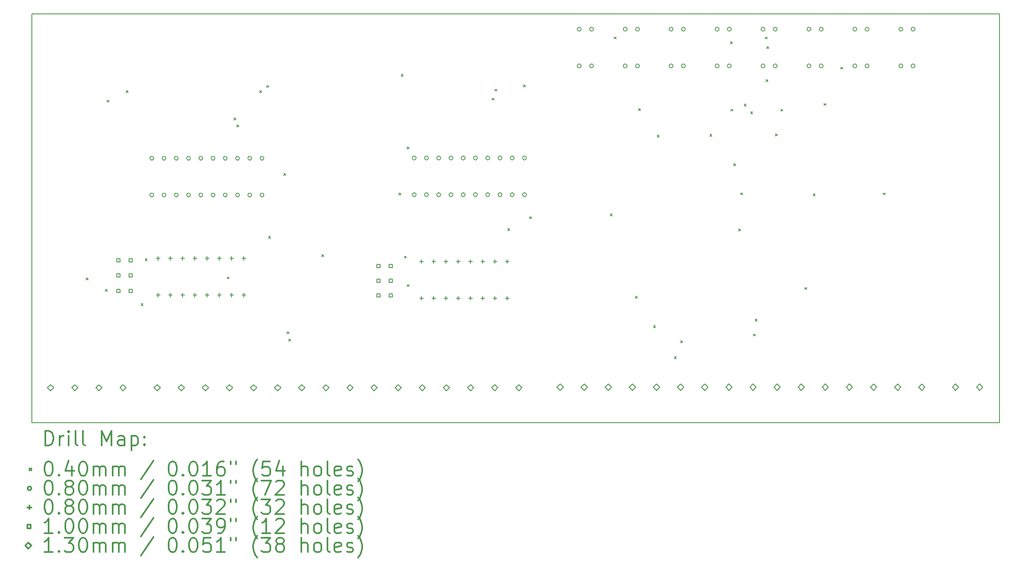
<source format=gbr>
%FSLAX45Y45*%
G04 Gerber Fmt 4.5, Leading zero omitted, Abs format (unit mm)*
G04 Created by KiCad (PCBNEW (5.0.0)) date 09/12/18 00:51:42*
%MOMM*%
%LPD*%
G01*
G04 APERTURE LIST*
%ADD10C,0.150000*%
%ADD11C,0.200000*%
%ADD12C,0.300000*%
G04 APERTURE END LIST*
D10*
X3200400Y-13309600D02*
X3251200Y-13309600D01*
X3200400Y-4826000D02*
X3200400Y-13309600D01*
X23266400Y-4826000D02*
X3200400Y-4826000D01*
X23266400Y-13309600D02*
X23266400Y-4826000D01*
X3251200Y-13309600D02*
X23266400Y-13309600D01*
D11*
X4329720Y-10305160D02*
X4369720Y-10345160D01*
X4369720Y-10305160D02*
X4329720Y-10345160D01*
X4726600Y-10545090D02*
X4766600Y-10585090D01*
X4766600Y-10545090D02*
X4726600Y-10585090D01*
X4759390Y-6618200D02*
X4799390Y-6658200D01*
X4799390Y-6618200D02*
X4759390Y-6658200D01*
X5159260Y-6420600D02*
X5199260Y-6460600D01*
X5199260Y-6420600D02*
X5159260Y-6460600D01*
X5468820Y-10836490D02*
X5508820Y-10876490D01*
X5508820Y-10836490D02*
X5468820Y-10876490D01*
X5553720Y-9908380D02*
X5593720Y-9948380D01*
X5593720Y-9908380D02*
X5553720Y-9948380D01*
X7255530Y-10284740D02*
X7295530Y-10324740D01*
X7295530Y-10284740D02*
X7255530Y-10324740D01*
X7393870Y-6987680D02*
X7433870Y-7027680D01*
X7433870Y-6987680D02*
X7393870Y-7027680D01*
X7455560Y-7130330D02*
X7495560Y-7170330D01*
X7495560Y-7130330D02*
X7455560Y-7170330D01*
X7930200Y-6420600D02*
X7970200Y-6460600D01*
X7970200Y-6420600D02*
X7930200Y-6460600D01*
X8070230Y-6313190D02*
X8110230Y-6353190D01*
X8110230Y-6313190D02*
X8070230Y-6353190D01*
X8109140Y-9442110D02*
X8149140Y-9482110D01*
X8149140Y-9442110D02*
X8109140Y-9482110D01*
X8429040Y-8140820D02*
X8469040Y-8180820D01*
X8469040Y-8140820D02*
X8429040Y-8180820D01*
X8493380Y-11420250D02*
X8533380Y-11460250D01*
X8533380Y-11420250D02*
X8493380Y-11460250D01*
X8530800Y-11578200D02*
X8570800Y-11618200D01*
X8570800Y-11578200D02*
X8530800Y-11618200D01*
X9215320Y-9822790D02*
X9255320Y-9862790D01*
X9255320Y-9822790D02*
X9215320Y-9862790D01*
X10816900Y-8542570D02*
X10856900Y-8582570D01*
X10856900Y-8542570D02*
X10816900Y-8582570D01*
X10862660Y-6082440D02*
X10902660Y-6122440D01*
X10902660Y-6082440D02*
X10862660Y-6122440D01*
X10929720Y-9852130D02*
X10969720Y-9892130D01*
X10969720Y-9852130D02*
X10929720Y-9892130D01*
X10981770Y-10445560D02*
X11021770Y-10485560D01*
X11021770Y-10445560D02*
X10981770Y-10485560D01*
X10987270Y-7588170D02*
X11027270Y-7628170D01*
X11027270Y-7588170D02*
X10987270Y-7628170D01*
X12745940Y-6575060D02*
X12785940Y-6615060D01*
X12785940Y-6575060D02*
X12745940Y-6615060D01*
X12802190Y-6389290D02*
X12842190Y-6429290D01*
X12842190Y-6389290D02*
X12802190Y-6429290D01*
X13070610Y-9279260D02*
X13110610Y-9319260D01*
X13110610Y-9279260D02*
X13070610Y-9319260D01*
X13399310Y-6299850D02*
X13439310Y-6339850D01*
X13439310Y-6299850D02*
X13399310Y-6339850D01*
X13523240Y-9036800D02*
X13563240Y-9076800D01*
X13563240Y-9036800D02*
X13523240Y-9076800D01*
X15197430Y-8978650D02*
X15237430Y-9018650D01*
X15237430Y-8978650D02*
X15197430Y-9018650D01*
X15279250Y-5305000D02*
X15319250Y-5345000D01*
X15319250Y-5305000D02*
X15279250Y-5345000D01*
X15717770Y-10686900D02*
X15757770Y-10726900D01*
X15757770Y-10686900D02*
X15717770Y-10726900D01*
X15786700Y-6791960D02*
X15826700Y-6831960D01*
X15826700Y-6791960D02*
X15786700Y-6831960D01*
X16093260Y-11294860D02*
X16133260Y-11334860D01*
X16133260Y-11294860D02*
X16093260Y-11334860D01*
X16170890Y-7341550D02*
X16210890Y-7381550D01*
X16210890Y-7341550D02*
X16170890Y-7381550D01*
X16525110Y-11941110D02*
X16565110Y-11981110D01*
X16565110Y-11941110D02*
X16525110Y-11981110D01*
X16658610Y-11608980D02*
X16698610Y-11648980D01*
X16698610Y-11608980D02*
X16658610Y-11648980D01*
X17263670Y-7326150D02*
X17303670Y-7366150D01*
X17303670Y-7326150D02*
X17263670Y-7366150D01*
X17691980Y-5403810D02*
X17731980Y-5443810D01*
X17731980Y-5403810D02*
X17691980Y-5443810D01*
X17698660Y-6804730D02*
X17738660Y-6844730D01*
X17738660Y-6804730D02*
X17698660Y-6844730D01*
X17759660Y-7934640D02*
X17799660Y-7974640D01*
X17799660Y-7934640D02*
X17759660Y-7974640D01*
X17859340Y-9290760D02*
X17899340Y-9330760D01*
X17899340Y-9290760D02*
X17859340Y-9330760D01*
X17899700Y-8540600D02*
X17939700Y-8580600D01*
X17939700Y-8540600D02*
X17899700Y-8580600D01*
X17974170Y-6698330D02*
X18014170Y-6738330D01*
X18014170Y-6698330D02*
X17974170Y-6738330D01*
X18109860Y-6861160D02*
X18149860Y-6901160D01*
X18149860Y-6861160D02*
X18109860Y-6901160D01*
X18162350Y-11468950D02*
X18202350Y-11508950D01*
X18202350Y-11468950D02*
X18162350Y-11508950D01*
X18202340Y-11160830D02*
X18242340Y-11200830D01*
X18242340Y-11160830D02*
X18202340Y-11200830D01*
X18407150Y-5305000D02*
X18447150Y-5345000D01*
X18447150Y-5305000D02*
X18407150Y-5345000D01*
X18425000Y-6190300D02*
X18465000Y-6230300D01*
X18465000Y-6190300D02*
X18425000Y-6230300D01*
X18445610Y-5502620D02*
X18485610Y-5542620D01*
X18485610Y-5502620D02*
X18445610Y-5542620D01*
X18619150Y-7315480D02*
X18659150Y-7355480D01*
X18659150Y-7315480D02*
X18619150Y-7355480D01*
X18735740Y-6804730D02*
X18775740Y-6844730D01*
X18775740Y-6804730D02*
X18735740Y-6844730D01*
X19232810Y-10505560D02*
X19272810Y-10545560D01*
X19272810Y-10505560D02*
X19232810Y-10545560D01*
X19403900Y-8561880D02*
X19443900Y-8601880D01*
X19443900Y-8561880D02*
X19403900Y-8601880D01*
X19628390Y-6685400D02*
X19668390Y-6725400D01*
X19668390Y-6685400D02*
X19628390Y-6725400D01*
X19974560Y-5933680D02*
X20014560Y-5973680D01*
X20014560Y-5933680D02*
X19974560Y-5973680D01*
X20858700Y-8540600D02*
X20898700Y-8580600D01*
X20898700Y-8540600D02*
X20858700Y-8580600D01*
X20309200Y-5143500D02*
G75*
G03X20309200Y-5143500I-40000J0D01*
G01*
X20309200Y-5905500D02*
G75*
G03X20309200Y-5905500I-40000J0D01*
G01*
X20563200Y-5143500D02*
G75*
G03X20563200Y-5143500I-40000J0D01*
G01*
X20563200Y-5905500D02*
G75*
G03X20563200Y-5905500I-40000J0D01*
G01*
X17451700Y-5143500D02*
G75*
G03X17451700Y-5143500I-40000J0D01*
G01*
X17451700Y-5905500D02*
G75*
G03X17451700Y-5905500I-40000J0D01*
G01*
X17705700Y-5143500D02*
G75*
G03X17705700Y-5143500I-40000J0D01*
G01*
X17705700Y-5905500D02*
G75*
G03X17705700Y-5905500I-40000J0D01*
G01*
X18404200Y-5143500D02*
G75*
G03X18404200Y-5143500I-40000J0D01*
G01*
X18404200Y-5905500D02*
G75*
G03X18404200Y-5905500I-40000J0D01*
G01*
X18658200Y-5143500D02*
G75*
G03X18658200Y-5143500I-40000J0D01*
G01*
X18658200Y-5905500D02*
G75*
G03X18658200Y-5905500I-40000J0D01*
G01*
X16499200Y-5143500D02*
G75*
G03X16499200Y-5143500I-40000J0D01*
G01*
X16499200Y-5905500D02*
G75*
G03X16499200Y-5905500I-40000J0D01*
G01*
X16753200Y-5143500D02*
G75*
G03X16753200Y-5143500I-40000J0D01*
G01*
X16753200Y-5905500D02*
G75*
G03X16753200Y-5905500I-40000J0D01*
G01*
X19356700Y-5143500D02*
G75*
G03X19356700Y-5143500I-40000J0D01*
G01*
X19356700Y-5905500D02*
G75*
G03X19356700Y-5905500I-40000J0D01*
G01*
X19610700Y-5143500D02*
G75*
G03X19610700Y-5143500I-40000J0D01*
G01*
X19610700Y-5905500D02*
G75*
G03X19610700Y-5905500I-40000J0D01*
G01*
X11171500Y-7816800D02*
G75*
G03X11171500Y-7816800I-40000J0D01*
G01*
X11171500Y-8578800D02*
G75*
G03X11171500Y-8578800I-40000J0D01*
G01*
X11425500Y-7816800D02*
G75*
G03X11425500Y-7816800I-40000J0D01*
G01*
X11425500Y-8578800D02*
G75*
G03X11425500Y-8578800I-40000J0D01*
G01*
X11679500Y-7816800D02*
G75*
G03X11679500Y-7816800I-40000J0D01*
G01*
X11679500Y-8578800D02*
G75*
G03X11679500Y-8578800I-40000J0D01*
G01*
X11933500Y-7816800D02*
G75*
G03X11933500Y-7816800I-40000J0D01*
G01*
X11933500Y-8578800D02*
G75*
G03X11933500Y-8578800I-40000J0D01*
G01*
X12187500Y-7816800D02*
G75*
G03X12187500Y-7816800I-40000J0D01*
G01*
X12187500Y-8578800D02*
G75*
G03X12187500Y-8578800I-40000J0D01*
G01*
X12441500Y-7816800D02*
G75*
G03X12441500Y-7816800I-40000J0D01*
G01*
X12441500Y-8578800D02*
G75*
G03X12441500Y-8578800I-40000J0D01*
G01*
X12695500Y-7816800D02*
G75*
G03X12695500Y-7816800I-40000J0D01*
G01*
X12695500Y-8578800D02*
G75*
G03X12695500Y-8578800I-40000J0D01*
G01*
X12949500Y-7816800D02*
G75*
G03X12949500Y-7816800I-40000J0D01*
G01*
X12949500Y-8578800D02*
G75*
G03X12949500Y-8578800I-40000J0D01*
G01*
X13203500Y-7816800D02*
G75*
G03X13203500Y-7816800I-40000J0D01*
G01*
X13203500Y-8578800D02*
G75*
G03X13203500Y-8578800I-40000J0D01*
G01*
X13457500Y-7816800D02*
G75*
G03X13457500Y-7816800I-40000J0D01*
G01*
X13457500Y-8578800D02*
G75*
G03X13457500Y-8578800I-40000J0D01*
G01*
X21261700Y-5143500D02*
G75*
G03X21261700Y-5143500I-40000J0D01*
G01*
X21261700Y-5905500D02*
G75*
G03X21261700Y-5905500I-40000J0D01*
G01*
X21515700Y-5143500D02*
G75*
G03X21515700Y-5143500I-40000J0D01*
G01*
X21515700Y-5905500D02*
G75*
G03X21515700Y-5905500I-40000J0D01*
G01*
X14594200Y-5143500D02*
G75*
G03X14594200Y-5143500I-40000J0D01*
G01*
X14594200Y-5905500D02*
G75*
G03X14594200Y-5905500I-40000J0D01*
G01*
X14848200Y-5143500D02*
G75*
G03X14848200Y-5143500I-40000J0D01*
G01*
X14848200Y-5905500D02*
G75*
G03X14848200Y-5905500I-40000J0D01*
G01*
X15546700Y-5143500D02*
G75*
G03X15546700Y-5143500I-40000J0D01*
G01*
X15546700Y-5905500D02*
G75*
G03X15546700Y-5905500I-40000J0D01*
G01*
X15800700Y-5143500D02*
G75*
G03X15800700Y-5143500I-40000J0D01*
G01*
X15800700Y-5905500D02*
G75*
G03X15800700Y-5905500I-40000J0D01*
G01*
X5729600Y-7823200D02*
G75*
G03X5729600Y-7823200I-40000J0D01*
G01*
X5729600Y-8585200D02*
G75*
G03X5729600Y-8585200I-40000J0D01*
G01*
X5983600Y-7823200D02*
G75*
G03X5983600Y-7823200I-40000J0D01*
G01*
X5983600Y-8585200D02*
G75*
G03X5983600Y-8585200I-40000J0D01*
G01*
X6237600Y-7823200D02*
G75*
G03X6237600Y-7823200I-40000J0D01*
G01*
X6237600Y-8585200D02*
G75*
G03X6237600Y-8585200I-40000J0D01*
G01*
X6491600Y-7823200D02*
G75*
G03X6491600Y-7823200I-40000J0D01*
G01*
X6491600Y-8585200D02*
G75*
G03X6491600Y-8585200I-40000J0D01*
G01*
X6745600Y-7823200D02*
G75*
G03X6745600Y-7823200I-40000J0D01*
G01*
X6745600Y-8585200D02*
G75*
G03X6745600Y-8585200I-40000J0D01*
G01*
X6999600Y-7823200D02*
G75*
G03X6999600Y-7823200I-40000J0D01*
G01*
X6999600Y-8585200D02*
G75*
G03X6999600Y-8585200I-40000J0D01*
G01*
X7253600Y-7823200D02*
G75*
G03X7253600Y-7823200I-40000J0D01*
G01*
X7253600Y-8585200D02*
G75*
G03X7253600Y-8585200I-40000J0D01*
G01*
X7507600Y-7823200D02*
G75*
G03X7507600Y-7823200I-40000J0D01*
G01*
X7507600Y-8585200D02*
G75*
G03X7507600Y-8585200I-40000J0D01*
G01*
X7761600Y-7823200D02*
G75*
G03X7761600Y-7823200I-40000J0D01*
G01*
X7761600Y-8585200D02*
G75*
G03X7761600Y-8585200I-40000J0D01*
G01*
X8015600Y-7823200D02*
G75*
G03X8015600Y-7823200I-40000J0D01*
G01*
X8015600Y-8585200D02*
G75*
G03X8015600Y-8585200I-40000J0D01*
G01*
X11284000Y-9923195D02*
X11284000Y-10003205D01*
X11243995Y-9963200D02*
X11324005Y-9963200D01*
X11284000Y-10685195D02*
X11284000Y-10765205D01*
X11243995Y-10725200D02*
X11324005Y-10725200D01*
X11538000Y-9923195D02*
X11538000Y-10003205D01*
X11497995Y-9963200D02*
X11578005Y-9963200D01*
X11538000Y-10685195D02*
X11538000Y-10765205D01*
X11497995Y-10725200D02*
X11578005Y-10725200D01*
X11792000Y-9923195D02*
X11792000Y-10003205D01*
X11751995Y-9963200D02*
X11832005Y-9963200D01*
X11792000Y-10685195D02*
X11792000Y-10765205D01*
X11751995Y-10725200D02*
X11832005Y-10725200D01*
X12046000Y-9923195D02*
X12046000Y-10003205D01*
X12005995Y-9963200D02*
X12086005Y-9963200D01*
X12046000Y-10685195D02*
X12046000Y-10765205D01*
X12005995Y-10725200D02*
X12086005Y-10725200D01*
X12300000Y-9923195D02*
X12300000Y-10003205D01*
X12259995Y-9963200D02*
X12340005Y-9963200D01*
X12300000Y-10685195D02*
X12300000Y-10765205D01*
X12259995Y-10725200D02*
X12340005Y-10725200D01*
X12554000Y-9923195D02*
X12554000Y-10003205D01*
X12513995Y-9963200D02*
X12594005Y-9963200D01*
X12554000Y-10685195D02*
X12554000Y-10765205D01*
X12513995Y-10725200D02*
X12594005Y-10725200D01*
X12808000Y-9923195D02*
X12808000Y-10003205D01*
X12767995Y-9963200D02*
X12848005Y-9963200D01*
X12808000Y-10685195D02*
X12808000Y-10765205D01*
X12767995Y-10725200D02*
X12848005Y-10725200D01*
X13062000Y-9923195D02*
X13062000Y-10003205D01*
X13021995Y-9963200D02*
X13102005Y-9963200D01*
X13062000Y-10685195D02*
X13062000Y-10765205D01*
X13021995Y-10725200D02*
X13102005Y-10725200D01*
X5822950Y-9859595D02*
X5822950Y-9939605D01*
X5782945Y-9899600D02*
X5862955Y-9899600D01*
X5822950Y-10621595D02*
X5822950Y-10701605D01*
X5782945Y-10661600D02*
X5862955Y-10661600D01*
X6076950Y-9859595D02*
X6076950Y-9939605D01*
X6036945Y-9899600D02*
X6116955Y-9899600D01*
X6076950Y-10621595D02*
X6076950Y-10701605D01*
X6036945Y-10661600D02*
X6116955Y-10661600D01*
X6330950Y-9859595D02*
X6330950Y-9939605D01*
X6290945Y-9899600D02*
X6370955Y-9899600D01*
X6330950Y-10621595D02*
X6330950Y-10701605D01*
X6290945Y-10661600D02*
X6370955Y-10661600D01*
X6584950Y-9859595D02*
X6584950Y-9939605D01*
X6544945Y-9899600D02*
X6624955Y-9899600D01*
X6584950Y-10621595D02*
X6584950Y-10701605D01*
X6544945Y-10661600D02*
X6624955Y-10661600D01*
X6838950Y-9859595D02*
X6838950Y-9939605D01*
X6798945Y-9899600D02*
X6878955Y-9899600D01*
X6838950Y-10621595D02*
X6838950Y-10701605D01*
X6798945Y-10661600D02*
X6878955Y-10661600D01*
X7092950Y-9859595D02*
X7092950Y-9939605D01*
X7052945Y-9899600D02*
X7132955Y-9899600D01*
X7092950Y-10621595D02*
X7092950Y-10701605D01*
X7052945Y-10661600D02*
X7132955Y-10661600D01*
X7346950Y-9859595D02*
X7346950Y-9939605D01*
X7306945Y-9899600D02*
X7386955Y-9899600D01*
X7346950Y-10621595D02*
X7346950Y-10701605D01*
X7306945Y-10661600D02*
X7386955Y-10661600D01*
X7600950Y-9859595D02*
X7600950Y-9939605D01*
X7560945Y-9899600D02*
X7640955Y-9899600D01*
X7600950Y-10621595D02*
X7600950Y-10701605D01*
X7560945Y-10661600D02*
X7640955Y-10661600D01*
X10423983Y-10398583D02*
X10423983Y-10327818D01*
X10353218Y-10327818D01*
X10353218Y-10398583D01*
X10423983Y-10398583D01*
X10677983Y-10398583D02*
X10677983Y-10327818D01*
X10607218Y-10327818D01*
X10607218Y-10398583D01*
X10677983Y-10398583D01*
X5032833Y-9973183D02*
X5032833Y-9902418D01*
X4962068Y-9902418D01*
X4962068Y-9973183D01*
X5032833Y-9973183D01*
X5286833Y-9973183D02*
X5286833Y-9902418D01*
X5216068Y-9902418D01*
X5216068Y-9973183D01*
X5286833Y-9973183D01*
X10423983Y-10093783D02*
X10423983Y-10023018D01*
X10353218Y-10023018D01*
X10353218Y-10093783D01*
X10423983Y-10093783D01*
X10677983Y-10093783D02*
X10677983Y-10023018D01*
X10607218Y-10023018D01*
X10607218Y-10093783D01*
X10677983Y-10093783D01*
X5032833Y-10290583D02*
X5032833Y-10219818D01*
X4962068Y-10219818D01*
X4962068Y-10290583D01*
X5032833Y-10290583D01*
X5286833Y-10290583D02*
X5286833Y-10219818D01*
X5216068Y-10219818D01*
X5216068Y-10290583D01*
X5286833Y-10290583D01*
X10423983Y-10703383D02*
X10423983Y-10632618D01*
X10353218Y-10632618D01*
X10353218Y-10703383D01*
X10423983Y-10703383D01*
X10677983Y-10703383D02*
X10677983Y-10632618D01*
X10607218Y-10632618D01*
X10607218Y-10703383D01*
X10677983Y-10703383D01*
X5032833Y-10608183D02*
X5032833Y-10537418D01*
X4962068Y-10537418D01*
X4962068Y-10608183D01*
X5032833Y-10608183D01*
X5286833Y-10608183D02*
X5286833Y-10537418D01*
X5216068Y-10537418D01*
X5216068Y-10608183D01*
X5286833Y-10608183D01*
X14157000Y-12638000D02*
X14222000Y-12573000D01*
X14157000Y-12508000D01*
X14092000Y-12573000D01*
X14157000Y-12638000D01*
X14657000Y-12638000D02*
X14722000Y-12573000D01*
X14657000Y-12508000D01*
X14592000Y-12573000D01*
X14657000Y-12638000D01*
X15157000Y-12638000D02*
X15222000Y-12573000D01*
X15157000Y-12508000D01*
X15092000Y-12573000D01*
X15157000Y-12638000D01*
X15657000Y-12638000D02*
X15722000Y-12573000D01*
X15657000Y-12508000D01*
X15592000Y-12573000D01*
X15657000Y-12638000D01*
X16157000Y-12638000D02*
X16222000Y-12573000D01*
X16157000Y-12508000D01*
X16092000Y-12573000D01*
X16157000Y-12638000D01*
X16657000Y-12638000D02*
X16722000Y-12573000D01*
X16657000Y-12508000D01*
X16592000Y-12573000D01*
X16657000Y-12638000D01*
X17157000Y-12638000D02*
X17222000Y-12573000D01*
X17157000Y-12508000D01*
X17092000Y-12573000D01*
X17157000Y-12638000D01*
X17657000Y-12638000D02*
X17722000Y-12573000D01*
X17657000Y-12508000D01*
X17592000Y-12573000D01*
X17657000Y-12638000D01*
X18157000Y-12638000D02*
X18222000Y-12573000D01*
X18157000Y-12508000D01*
X18092000Y-12573000D01*
X18157000Y-12638000D01*
X18657000Y-12638000D02*
X18722000Y-12573000D01*
X18657000Y-12508000D01*
X18592000Y-12573000D01*
X18657000Y-12638000D01*
X19157000Y-12638000D02*
X19222000Y-12573000D01*
X19157000Y-12508000D01*
X19092000Y-12573000D01*
X19157000Y-12638000D01*
X19657000Y-12638000D02*
X19722000Y-12573000D01*
X19657000Y-12508000D01*
X19592000Y-12573000D01*
X19657000Y-12638000D01*
X20157000Y-12638000D02*
X20222000Y-12573000D01*
X20157000Y-12508000D01*
X20092000Y-12573000D01*
X20157000Y-12638000D01*
X20657000Y-12638000D02*
X20722000Y-12573000D01*
X20657000Y-12508000D01*
X20592000Y-12573000D01*
X20657000Y-12638000D01*
X21157000Y-12638000D02*
X21222000Y-12573000D01*
X21157000Y-12508000D01*
X21092000Y-12573000D01*
X21157000Y-12638000D01*
X21657000Y-12638000D02*
X21722000Y-12573000D01*
X21657000Y-12508000D01*
X21592000Y-12573000D01*
X21657000Y-12638000D01*
X3593400Y-12650700D02*
X3658400Y-12585700D01*
X3593400Y-12520700D01*
X3528400Y-12585700D01*
X3593400Y-12650700D01*
X4093400Y-12650700D02*
X4158400Y-12585700D01*
X4093400Y-12520700D01*
X4028400Y-12585700D01*
X4093400Y-12650700D01*
X4593400Y-12650700D02*
X4658400Y-12585700D01*
X4593400Y-12520700D01*
X4528400Y-12585700D01*
X4593400Y-12650700D01*
X5093400Y-12650700D02*
X5158400Y-12585700D01*
X5093400Y-12520700D01*
X5028400Y-12585700D01*
X5093400Y-12650700D01*
X22356000Y-12638000D02*
X22421000Y-12573000D01*
X22356000Y-12508000D01*
X22291000Y-12573000D01*
X22356000Y-12638000D01*
X22856000Y-12638000D02*
X22921000Y-12573000D01*
X22856000Y-12508000D01*
X22791000Y-12573000D01*
X22856000Y-12638000D01*
X5800400Y-12650700D02*
X5865400Y-12585700D01*
X5800400Y-12520700D01*
X5735400Y-12585700D01*
X5800400Y-12650700D01*
X6300400Y-12650700D02*
X6365400Y-12585700D01*
X6300400Y-12520700D01*
X6235400Y-12585700D01*
X6300400Y-12650700D01*
X6800400Y-12650700D02*
X6865400Y-12585700D01*
X6800400Y-12520700D01*
X6735400Y-12585700D01*
X6800400Y-12650700D01*
X7300400Y-12650700D02*
X7365400Y-12585700D01*
X7300400Y-12520700D01*
X7235400Y-12585700D01*
X7300400Y-12650700D01*
X7800400Y-12650700D02*
X7865400Y-12585700D01*
X7800400Y-12520700D01*
X7735400Y-12585700D01*
X7800400Y-12650700D01*
X8300400Y-12650700D02*
X8365400Y-12585700D01*
X8300400Y-12520700D01*
X8235400Y-12585700D01*
X8300400Y-12650700D01*
X8800400Y-12650700D02*
X8865400Y-12585700D01*
X8800400Y-12520700D01*
X8735400Y-12585700D01*
X8800400Y-12650700D01*
X9300400Y-12650700D02*
X9365400Y-12585700D01*
X9300400Y-12520700D01*
X9235400Y-12585700D01*
X9300400Y-12650700D01*
X9800400Y-12650700D02*
X9865400Y-12585700D01*
X9800400Y-12520700D01*
X9735400Y-12585700D01*
X9800400Y-12650700D01*
X10300400Y-12650700D02*
X10365400Y-12585700D01*
X10300400Y-12520700D01*
X10235400Y-12585700D01*
X10300400Y-12650700D01*
X10800400Y-12650700D02*
X10865400Y-12585700D01*
X10800400Y-12520700D01*
X10735400Y-12585700D01*
X10800400Y-12650700D01*
X11300400Y-12650700D02*
X11365400Y-12585700D01*
X11300400Y-12520700D01*
X11235400Y-12585700D01*
X11300400Y-12650700D01*
X11800400Y-12650700D02*
X11865400Y-12585700D01*
X11800400Y-12520700D01*
X11735400Y-12585700D01*
X11800400Y-12650700D01*
X12300400Y-12650700D02*
X12365400Y-12585700D01*
X12300400Y-12520700D01*
X12235400Y-12585700D01*
X12300400Y-12650700D01*
X12800400Y-12650700D02*
X12865400Y-12585700D01*
X12800400Y-12520700D01*
X12735400Y-12585700D01*
X12800400Y-12650700D01*
X13300400Y-12650700D02*
X13365400Y-12585700D01*
X13300400Y-12520700D01*
X13235400Y-12585700D01*
X13300400Y-12650700D01*
D12*
X3479328Y-13782814D02*
X3479328Y-13482814D01*
X3550757Y-13482814D01*
X3593614Y-13497100D01*
X3622186Y-13525671D01*
X3636471Y-13554243D01*
X3650757Y-13611386D01*
X3650757Y-13654243D01*
X3636471Y-13711386D01*
X3622186Y-13739957D01*
X3593614Y-13768529D01*
X3550757Y-13782814D01*
X3479328Y-13782814D01*
X3779328Y-13782814D02*
X3779328Y-13582814D01*
X3779328Y-13639957D02*
X3793614Y-13611386D01*
X3807900Y-13597100D01*
X3836471Y-13582814D01*
X3865043Y-13582814D01*
X3965043Y-13782814D02*
X3965043Y-13582814D01*
X3965043Y-13482814D02*
X3950757Y-13497100D01*
X3965043Y-13511386D01*
X3979328Y-13497100D01*
X3965043Y-13482814D01*
X3965043Y-13511386D01*
X4150757Y-13782814D02*
X4122186Y-13768529D01*
X4107900Y-13739957D01*
X4107900Y-13482814D01*
X4307900Y-13782814D02*
X4279328Y-13768529D01*
X4265043Y-13739957D01*
X4265043Y-13482814D01*
X4650757Y-13782814D02*
X4650757Y-13482814D01*
X4750757Y-13697100D01*
X4850757Y-13482814D01*
X4850757Y-13782814D01*
X5122186Y-13782814D02*
X5122186Y-13625671D01*
X5107900Y-13597100D01*
X5079328Y-13582814D01*
X5022186Y-13582814D01*
X4993614Y-13597100D01*
X5122186Y-13768529D02*
X5093614Y-13782814D01*
X5022186Y-13782814D01*
X4993614Y-13768529D01*
X4979328Y-13739957D01*
X4979328Y-13711386D01*
X4993614Y-13682814D01*
X5022186Y-13668529D01*
X5093614Y-13668529D01*
X5122186Y-13654243D01*
X5265043Y-13582814D02*
X5265043Y-13882814D01*
X5265043Y-13597100D02*
X5293614Y-13582814D01*
X5350757Y-13582814D01*
X5379328Y-13597100D01*
X5393614Y-13611386D01*
X5407900Y-13639957D01*
X5407900Y-13725671D01*
X5393614Y-13754243D01*
X5379328Y-13768529D01*
X5350757Y-13782814D01*
X5293614Y-13782814D01*
X5265043Y-13768529D01*
X5536471Y-13754243D02*
X5550757Y-13768529D01*
X5536471Y-13782814D01*
X5522186Y-13768529D01*
X5536471Y-13754243D01*
X5536471Y-13782814D01*
X5536471Y-13597100D02*
X5550757Y-13611386D01*
X5536471Y-13625671D01*
X5522186Y-13611386D01*
X5536471Y-13597100D01*
X5536471Y-13625671D01*
X3152900Y-14257100D02*
X3192900Y-14297100D01*
X3192900Y-14257100D02*
X3152900Y-14297100D01*
X3536471Y-14112814D02*
X3565043Y-14112814D01*
X3593614Y-14127100D01*
X3607900Y-14141386D01*
X3622186Y-14169957D01*
X3636471Y-14227100D01*
X3636471Y-14298529D01*
X3622186Y-14355671D01*
X3607900Y-14384243D01*
X3593614Y-14398529D01*
X3565043Y-14412814D01*
X3536471Y-14412814D01*
X3507900Y-14398529D01*
X3493614Y-14384243D01*
X3479328Y-14355671D01*
X3465043Y-14298529D01*
X3465043Y-14227100D01*
X3479328Y-14169957D01*
X3493614Y-14141386D01*
X3507900Y-14127100D01*
X3536471Y-14112814D01*
X3765043Y-14384243D02*
X3779328Y-14398529D01*
X3765043Y-14412814D01*
X3750757Y-14398529D01*
X3765043Y-14384243D01*
X3765043Y-14412814D01*
X4036471Y-14212814D02*
X4036471Y-14412814D01*
X3965043Y-14098529D02*
X3893614Y-14312814D01*
X4079328Y-14312814D01*
X4250757Y-14112814D02*
X4279328Y-14112814D01*
X4307900Y-14127100D01*
X4322186Y-14141386D01*
X4336471Y-14169957D01*
X4350757Y-14227100D01*
X4350757Y-14298529D01*
X4336471Y-14355671D01*
X4322186Y-14384243D01*
X4307900Y-14398529D01*
X4279328Y-14412814D01*
X4250757Y-14412814D01*
X4222186Y-14398529D01*
X4207900Y-14384243D01*
X4193614Y-14355671D01*
X4179328Y-14298529D01*
X4179328Y-14227100D01*
X4193614Y-14169957D01*
X4207900Y-14141386D01*
X4222186Y-14127100D01*
X4250757Y-14112814D01*
X4479328Y-14412814D02*
X4479328Y-14212814D01*
X4479328Y-14241386D02*
X4493614Y-14227100D01*
X4522186Y-14212814D01*
X4565043Y-14212814D01*
X4593614Y-14227100D01*
X4607900Y-14255671D01*
X4607900Y-14412814D01*
X4607900Y-14255671D02*
X4622186Y-14227100D01*
X4650757Y-14212814D01*
X4693614Y-14212814D01*
X4722186Y-14227100D01*
X4736471Y-14255671D01*
X4736471Y-14412814D01*
X4879328Y-14412814D02*
X4879328Y-14212814D01*
X4879328Y-14241386D02*
X4893614Y-14227100D01*
X4922186Y-14212814D01*
X4965043Y-14212814D01*
X4993614Y-14227100D01*
X5007900Y-14255671D01*
X5007900Y-14412814D01*
X5007900Y-14255671D02*
X5022186Y-14227100D01*
X5050757Y-14212814D01*
X5093614Y-14212814D01*
X5122186Y-14227100D01*
X5136471Y-14255671D01*
X5136471Y-14412814D01*
X5722186Y-14098529D02*
X5465043Y-14484243D01*
X6107900Y-14112814D02*
X6136471Y-14112814D01*
X6165043Y-14127100D01*
X6179328Y-14141386D01*
X6193614Y-14169957D01*
X6207900Y-14227100D01*
X6207900Y-14298529D01*
X6193614Y-14355671D01*
X6179328Y-14384243D01*
X6165043Y-14398529D01*
X6136471Y-14412814D01*
X6107900Y-14412814D01*
X6079328Y-14398529D01*
X6065043Y-14384243D01*
X6050757Y-14355671D01*
X6036471Y-14298529D01*
X6036471Y-14227100D01*
X6050757Y-14169957D01*
X6065043Y-14141386D01*
X6079328Y-14127100D01*
X6107900Y-14112814D01*
X6336471Y-14384243D02*
X6350757Y-14398529D01*
X6336471Y-14412814D01*
X6322186Y-14398529D01*
X6336471Y-14384243D01*
X6336471Y-14412814D01*
X6536471Y-14112814D02*
X6565043Y-14112814D01*
X6593614Y-14127100D01*
X6607900Y-14141386D01*
X6622186Y-14169957D01*
X6636471Y-14227100D01*
X6636471Y-14298529D01*
X6622186Y-14355671D01*
X6607900Y-14384243D01*
X6593614Y-14398529D01*
X6565043Y-14412814D01*
X6536471Y-14412814D01*
X6507900Y-14398529D01*
X6493614Y-14384243D01*
X6479328Y-14355671D01*
X6465043Y-14298529D01*
X6465043Y-14227100D01*
X6479328Y-14169957D01*
X6493614Y-14141386D01*
X6507900Y-14127100D01*
X6536471Y-14112814D01*
X6922186Y-14412814D02*
X6750757Y-14412814D01*
X6836471Y-14412814D02*
X6836471Y-14112814D01*
X6807900Y-14155671D01*
X6779328Y-14184243D01*
X6750757Y-14198529D01*
X7179328Y-14112814D02*
X7122186Y-14112814D01*
X7093614Y-14127100D01*
X7079328Y-14141386D01*
X7050757Y-14184243D01*
X7036471Y-14241386D01*
X7036471Y-14355671D01*
X7050757Y-14384243D01*
X7065043Y-14398529D01*
X7093614Y-14412814D01*
X7150757Y-14412814D01*
X7179328Y-14398529D01*
X7193614Y-14384243D01*
X7207900Y-14355671D01*
X7207900Y-14284243D01*
X7193614Y-14255671D01*
X7179328Y-14241386D01*
X7150757Y-14227100D01*
X7093614Y-14227100D01*
X7065043Y-14241386D01*
X7050757Y-14255671D01*
X7036471Y-14284243D01*
X7322186Y-14112814D02*
X7322186Y-14169957D01*
X7436471Y-14112814D02*
X7436471Y-14169957D01*
X7879328Y-14527100D02*
X7865043Y-14512814D01*
X7836471Y-14469957D01*
X7822186Y-14441386D01*
X7807900Y-14398529D01*
X7793614Y-14327100D01*
X7793614Y-14269957D01*
X7807900Y-14198529D01*
X7822186Y-14155671D01*
X7836471Y-14127100D01*
X7865043Y-14084243D01*
X7879328Y-14069957D01*
X8136471Y-14112814D02*
X7993614Y-14112814D01*
X7979328Y-14255671D01*
X7993614Y-14241386D01*
X8022186Y-14227100D01*
X8093614Y-14227100D01*
X8122186Y-14241386D01*
X8136471Y-14255671D01*
X8150757Y-14284243D01*
X8150757Y-14355671D01*
X8136471Y-14384243D01*
X8122186Y-14398529D01*
X8093614Y-14412814D01*
X8022186Y-14412814D01*
X7993614Y-14398529D01*
X7979328Y-14384243D01*
X8407900Y-14212814D02*
X8407900Y-14412814D01*
X8336471Y-14098529D02*
X8265043Y-14312814D01*
X8450757Y-14312814D01*
X8793614Y-14412814D02*
X8793614Y-14112814D01*
X8922186Y-14412814D02*
X8922186Y-14255671D01*
X8907900Y-14227100D01*
X8879328Y-14212814D01*
X8836471Y-14212814D01*
X8807900Y-14227100D01*
X8793614Y-14241386D01*
X9107900Y-14412814D02*
X9079328Y-14398529D01*
X9065043Y-14384243D01*
X9050757Y-14355671D01*
X9050757Y-14269957D01*
X9065043Y-14241386D01*
X9079328Y-14227100D01*
X9107900Y-14212814D01*
X9150757Y-14212814D01*
X9179328Y-14227100D01*
X9193614Y-14241386D01*
X9207900Y-14269957D01*
X9207900Y-14355671D01*
X9193614Y-14384243D01*
X9179328Y-14398529D01*
X9150757Y-14412814D01*
X9107900Y-14412814D01*
X9379328Y-14412814D02*
X9350757Y-14398529D01*
X9336471Y-14369957D01*
X9336471Y-14112814D01*
X9607900Y-14398529D02*
X9579328Y-14412814D01*
X9522186Y-14412814D01*
X9493614Y-14398529D01*
X9479328Y-14369957D01*
X9479328Y-14255671D01*
X9493614Y-14227100D01*
X9522186Y-14212814D01*
X9579328Y-14212814D01*
X9607900Y-14227100D01*
X9622186Y-14255671D01*
X9622186Y-14284243D01*
X9479328Y-14312814D01*
X9736471Y-14398529D02*
X9765043Y-14412814D01*
X9822186Y-14412814D01*
X9850757Y-14398529D01*
X9865043Y-14369957D01*
X9865043Y-14355671D01*
X9850757Y-14327100D01*
X9822186Y-14312814D01*
X9779328Y-14312814D01*
X9750757Y-14298529D01*
X9736471Y-14269957D01*
X9736471Y-14255671D01*
X9750757Y-14227100D01*
X9779328Y-14212814D01*
X9822186Y-14212814D01*
X9850757Y-14227100D01*
X9965043Y-14527100D02*
X9979328Y-14512814D01*
X10007900Y-14469957D01*
X10022186Y-14441386D01*
X10036471Y-14398529D01*
X10050757Y-14327100D01*
X10050757Y-14269957D01*
X10036471Y-14198529D01*
X10022186Y-14155671D01*
X10007900Y-14127100D01*
X9979328Y-14084243D01*
X9965043Y-14069957D01*
X3192900Y-14673100D02*
G75*
G03X3192900Y-14673100I-40000J0D01*
G01*
X3536471Y-14508814D02*
X3565043Y-14508814D01*
X3593614Y-14523100D01*
X3607900Y-14537386D01*
X3622186Y-14565957D01*
X3636471Y-14623100D01*
X3636471Y-14694529D01*
X3622186Y-14751671D01*
X3607900Y-14780243D01*
X3593614Y-14794529D01*
X3565043Y-14808814D01*
X3536471Y-14808814D01*
X3507900Y-14794529D01*
X3493614Y-14780243D01*
X3479328Y-14751671D01*
X3465043Y-14694529D01*
X3465043Y-14623100D01*
X3479328Y-14565957D01*
X3493614Y-14537386D01*
X3507900Y-14523100D01*
X3536471Y-14508814D01*
X3765043Y-14780243D02*
X3779328Y-14794529D01*
X3765043Y-14808814D01*
X3750757Y-14794529D01*
X3765043Y-14780243D01*
X3765043Y-14808814D01*
X3950757Y-14637386D02*
X3922186Y-14623100D01*
X3907900Y-14608814D01*
X3893614Y-14580243D01*
X3893614Y-14565957D01*
X3907900Y-14537386D01*
X3922186Y-14523100D01*
X3950757Y-14508814D01*
X4007900Y-14508814D01*
X4036471Y-14523100D01*
X4050757Y-14537386D01*
X4065043Y-14565957D01*
X4065043Y-14580243D01*
X4050757Y-14608814D01*
X4036471Y-14623100D01*
X4007900Y-14637386D01*
X3950757Y-14637386D01*
X3922186Y-14651671D01*
X3907900Y-14665957D01*
X3893614Y-14694529D01*
X3893614Y-14751671D01*
X3907900Y-14780243D01*
X3922186Y-14794529D01*
X3950757Y-14808814D01*
X4007900Y-14808814D01*
X4036471Y-14794529D01*
X4050757Y-14780243D01*
X4065043Y-14751671D01*
X4065043Y-14694529D01*
X4050757Y-14665957D01*
X4036471Y-14651671D01*
X4007900Y-14637386D01*
X4250757Y-14508814D02*
X4279328Y-14508814D01*
X4307900Y-14523100D01*
X4322186Y-14537386D01*
X4336471Y-14565957D01*
X4350757Y-14623100D01*
X4350757Y-14694529D01*
X4336471Y-14751671D01*
X4322186Y-14780243D01*
X4307900Y-14794529D01*
X4279328Y-14808814D01*
X4250757Y-14808814D01*
X4222186Y-14794529D01*
X4207900Y-14780243D01*
X4193614Y-14751671D01*
X4179328Y-14694529D01*
X4179328Y-14623100D01*
X4193614Y-14565957D01*
X4207900Y-14537386D01*
X4222186Y-14523100D01*
X4250757Y-14508814D01*
X4479328Y-14808814D02*
X4479328Y-14608814D01*
X4479328Y-14637386D02*
X4493614Y-14623100D01*
X4522186Y-14608814D01*
X4565043Y-14608814D01*
X4593614Y-14623100D01*
X4607900Y-14651671D01*
X4607900Y-14808814D01*
X4607900Y-14651671D02*
X4622186Y-14623100D01*
X4650757Y-14608814D01*
X4693614Y-14608814D01*
X4722186Y-14623100D01*
X4736471Y-14651671D01*
X4736471Y-14808814D01*
X4879328Y-14808814D02*
X4879328Y-14608814D01*
X4879328Y-14637386D02*
X4893614Y-14623100D01*
X4922186Y-14608814D01*
X4965043Y-14608814D01*
X4993614Y-14623100D01*
X5007900Y-14651671D01*
X5007900Y-14808814D01*
X5007900Y-14651671D02*
X5022186Y-14623100D01*
X5050757Y-14608814D01*
X5093614Y-14608814D01*
X5122186Y-14623100D01*
X5136471Y-14651671D01*
X5136471Y-14808814D01*
X5722186Y-14494529D02*
X5465043Y-14880243D01*
X6107900Y-14508814D02*
X6136471Y-14508814D01*
X6165043Y-14523100D01*
X6179328Y-14537386D01*
X6193614Y-14565957D01*
X6207900Y-14623100D01*
X6207900Y-14694529D01*
X6193614Y-14751671D01*
X6179328Y-14780243D01*
X6165043Y-14794529D01*
X6136471Y-14808814D01*
X6107900Y-14808814D01*
X6079328Y-14794529D01*
X6065043Y-14780243D01*
X6050757Y-14751671D01*
X6036471Y-14694529D01*
X6036471Y-14623100D01*
X6050757Y-14565957D01*
X6065043Y-14537386D01*
X6079328Y-14523100D01*
X6107900Y-14508814D01*
X6336471Y-14780243D02*
X6350757Y-14794529D01*
X6336471Y-14808814D01*
X6322186Y-14794529D01*
X6336471Y-14780243D01*
X6336471Y-14808814D01*
X6536471Y-14508814D02*
X6565043Y-14508814D01*
X6593614Y-14523100D01*
X6607900Y-14537386D01*
X6622186Y-14565957D01*
X6636471Y-14623100D01*
X6636471Y-14694529D01*
X6622186Y-14751671D01*
X6607900Y-14780243D01*
X6593614Y-14794529D01*
X6565043Y-14808814D01*
X6536471Y-14808814D01*
X6507900Y-14794529D01*
X6493614Y-14780243D01*
X6479328Y-14751671D01*
X6465043Y-14694529D01*
X6465043Y-14623100D01*
X6479328Y-14565957D01*
X6493614Y-14537386D01*
X6507900Y-14523100D01*
X6536471Y-14508814D01*
X6736471Y-14508814D02*
X6922186Y-14508814D01*
X6822186Y-14623100D01*
X6865043Y-14623100D01*
X6893614Y-14637386D01*
X6907900Y-14651671D01*
X6922186Y-14680243D01*
X6922186Y-14751671D01*
X6907900Y-14780243D01*
X6893614Y-14794529D01*
X6865043Y-14808814D01*
X6779328Y-14808814D01*
X6750757Y-14794529D01*
X6736471Y-14780243D01*
X7207900Y-14808814D02*
X7036471Y-14808814D01*
X7122186Y-14808814D02*
X7122186Y-14508814D01*
X7093614Y-14551671D01*
X7065043Y-14580243D01*
X7036471Y-14594529D01*
X7322186Y-14508814D02*
X7322186Y-14565957D01*
X7436471Y-14508814D02*
X7436471Y-14565957D01*
X7879328Y-14923100D02*
X7865043Y-14908814D01*
X7836471Y-14865957D01*
X7822186Y-14837386D01*
X7807900Y-14794529D01*
X7793614Y-14723100D01*
X7793614Y-14665957D01*
X7807900Y-14594529D01*
X7822186Y-14551671D01*
X7836471Y-14523100D01*
X7865043Y-14480243D01*
X7879328Y-14465957D01*
X7965043Y-14508814D02*
X8165043Y-14508814D01*
X8036471Y-14808814D01*
X8265043Y-14537386D02*
X8279328Y-14523100D01*
X8307900Y-14508814D01*
X8379328Y-14508814D01*
X8407900Y-14523100D01*
X8422186Y-14537386D01*
X8436471Y-14565957D01*
X8436471Y-14594529D01*
X8422186Y-14637386D01*
X8250757Y-14808814D01*
X8436471Y-14808814D01*
X8793614Y-14808814D02*
X8793614Y-14508814D01*
X8922186Y-14808814D02*
X8922186Y-14651671D01*
X8907900Y-14623100D01*
X8879328Y-14608814D01*
X8836471Y-14608814D01*
X8807900Y-14623100D01*
X8793614Y-14637386D01*
X9107900Y-14808814D02*
X9079328Y-14794529D01*
X9065043Y-14780243D01*
X9050757Y-14751671D01*
X9050757Y-14665957D01*
X9065043Y-14637386D01*
X9079328Y-14623100D01*
X9107900Y-14608814D01*
X9150757Y-14608814D01*
X9179328Y-14623100D01*
X9193614Y-14637386D01*
X9207900Y-14665957D01*
X9207900Y-14751671D01*
X9193614Y-14780243D01*
X9179328Y-14794529D01*
X9150757Y-14808814D01*
X9107900Y-14808814D01*
X9379328Y-14808814D02*
X9350757Y-14794529D01*
X9336471Y-14765957D01*
X9336471Y-14508814D01*
X9607900Y-14794529D02*
X9579328Y-14808814D01*
X9522186Y-14808814D01*
X9493614Y-14794529D01*
X9479328Y-14765957D01*
X9479328Y-14651671D01*
X9493614Y-14623100D01*
X9522186Y-14608814D01*
X9579328Y-14608814D01*
X9607900Y-14623100D01*
X9622186Y-14651671D01*
X9622186Y-14680243D01*
X9479328Y-14708814D01*
X9736471Y-14794529D02*
X9765043Y-14808814D01*
X9822186Y-14808814D01*
X9850757Y-14794529D01*
X9865043Y-14765957D01*
X9865043Y-14751671D01*
X9850757Y-14723100D01*
X9822186Y-14708814D01*
X9779328Y-14708814D01*
X9750757Y-14694529D01*
X9736471Y-14665957D01*
X9736471Y-14651671D01*
X9750757Y-14623100D01*
X9779328Y-14608814D01*
X9822186Y-14608814D01*
X9850757Y-14623100D01*
X9965043Y-14923100D02*
X9979328Y-14908814D01*
X10007900Y-14865957D01*
X10022186Y-14837386D01*
X10036471Y-14794529D01*
X10050757Y-14723100D01*
X10050757Y-14665957D01*
X10036471Y-14594529D01*
X10022186Y-14551671D01*
X10007900Y-14523100D01*
X9979328Y-14480243D01*
X9965043Y-14465957D01*
X3152895Y-15029095D02*
X3152895Y-15109105D01*
X3112890Y-15069100D02*
X3192900Y-15069100D01*
X3536471Y-14904814D02*
X3565043Y-14904814D01*
X3593614Y-14919100D01*
X3607900Y-14933386D01*
X3622186Y-14961957D01*
X3636471Y-15019100D01*
X3636471Y-15090529D01*
X3622186Y-15147671D01*
X3607900Y-15176243D01*
X3593614Y-15190529D01*
X3565043Y-15204814D01*
X3536471Y-15204814D01*
X3507900Y-15190529D01*
X3493614Y-15176243D01*
X3479328Y-15147671D01*
X3465043Y-15090529D01*
X3465043Y-15019100D01*
X3479328Y-14961957D01*
X3493614Y-14933386D01*
X3507900Y-14919100D01*
X3536471Y-14904814D01*
X3765043Y-15176243D02*
X3779328Y-15190529D01*
X3765043Y-15204814D01*
X3750757Y-15190529D01*
X3765043Y-15176243D01*
X3765043Y-15204814D01*
X3950757Y-15033386D02*
X3922186Y-15019100D01*
X3907900Y-15004814D01*
X3893614Y-14976243D01*
X3893614Y-14961957D01*
X3907900Y-14933386D01*
X3922186Y-14919100D01*
X3950757Y-14904814D01*
X4007900Y-14904814D01*
X4036471Y-14919100D01*
X4050757Y-14933386D01*
X4065043Y-14961957D01*
X4065043Y-14976243D01*
X4050757Y-15004814D01*
X4036471Y-15019100D01*
X4007900Y-15033386D01*
X3950757Y-15033386D01*
X3922186Y-15047671D01*
X3907900Y-15061957D01*
X3893614Y-15090529D01*
X3893614Y-15147671D01*
X3907900Y-15176243D01*
X3922186Y-15190529D01*
X3950757Y-15204814D01*
X4007900Y-15204814D01*
X4036471Y-15190529D01*
X4050757Y-15176243D01*
X4065043Y-15147671D01*
X4065043Y-15090529D01*
X4050757Y-15061957D01*
X4036471Y-15047671D01*
X4007900Y-15033386D01*
X4250757Y-14904814D02*
X4279328Y-14904814D01*
X4307900Y-14919100D01*
X4322186Y-14933386D01*
X4336471Y-14961957D01*
X4350757Y-15019100D01*
X4350757Y-15090529D01*
X4336471Y-15147671D01*
X4322186Y-15176243D01*
X4307900Y-15190529D01*
X4279328Y-15204814D01*
X4250757Y-15204814D01*
X4222186Y-15190529D01*
X4207900Y-15176243D01*
X4193614Y-15147671D01*
X4179328Y-15090529D01*
X4179328Y-15019100D01*
X4193614Y-14961957D01*
X4207900Y-14933386D01*
X4222186Y-14919100D01*
X4250757Y-14904814D01*
X4479328Y-15204814D02*
X4479328Y-15004814D01*
X4479328Y-15033386D02*
X4493614Y-15019100D01*
X4522186Y-15004814D01*
X4565043Y-15004814D01*
X4593614Y-15019100D01*
X4607900Y-15047671D01*
X4607900Y-15204814D01*
X4607900Y-15047671D02*
X4622186Y-15019100D01*
X4650757Y-15004814D01*
X4693614Y-15004814D01*
X4722186Y-15019100D01*
X4736471Y-15047671D01*
X4736471Y-15204814D01*
X4879328Y-15204814D02*
X4879328Y-15004814D01*
X4879328Y-15033386D02*
X4893614Y-15019100D01*
X4922186Y-15004814D01*
X4965043Y-15004814D01*
X4993614Y-15019100D01*
X5007900Y-15047671D01*
X5007900Y-15204814D01*
X5007900Y-15047671D02*
X5022186Y-15019100D01*
X5050757Y-15004814D01*
X5093614Y-15004814D01*
X5122186Y-15019100D01*
X5136471Y-15047671D01*
X5136471Y-15204814D01*
X5722186Y-14890529D02*
X5465043Y-15276243D01*
X6107900Y-14904814D02*
X6136471Y-14904814D01*
X6165043Y-14919100D01*
X6179328Y-14933386D01*
X6193614Y-14961957D01*
X6207900Y-15019100D01*
X6207900Y-15090529D01*
X6193614Y-15147671D01*
X6179328Y-15176243D01*
X6165043Y-15190529D01*
X6136471Y-15204814D01*
X6107900Y-15204814D01*
X6079328Y-15190529D01*
X6065043Y-15176243D01*
X6050757Y-15147671D01*
X6036471Y-15090529D01*
X6036471Y-15019100D01*
X6050757Y-14961957D01*
X6065043Y-14933386D01*
X6079328Y-14919100D01*
X6107900Y-14904814D01*
X6336471Y-15176243D02*
X6350757Y-15190529D01*
X6336471Y-15204814D01*
X6322186Y-15190529D01*
X6336471Y-15176243D01*
X6336471Y-15204814D01*
X6536471Y-14904814D02*
X6565043Y-14904814D01*
X6593614Y-14919100D01*
X6607900Y-14933386D01*
X6622186Y-14961957D01*
X6636471Y-15019100D01*
X6636471Y-15090529D01*
X6622186Y-15147671D01*
X6607900Y-15176243D01*
X6593614Y-15190529D01*
X6565043Y-15204814D01*
X6536471Y-15204814D01*
X6507900Y-15190529D01*
X6493614Y-15176243D01*
X6479328Y-15147671D01*
X6465043Y-15090529D01*
X6465043Y-15019100D01*
X6479328Y-14961957D01*
X6493614Y-14933386D01*
X6507900Y-14919100D01*
X6536471Y-14904814D01*
X6736471Y-14904814D02*
X6922186Y-14904814D01*
X6822186Y-15019100D01*
X6865043Y-15019100D01*
X6893614Y-15033386D01*
X6907900Y-15047671D01*
X6922186Y-15076243D01*
X6922186Y-15147671D01*
X6907900Y-15176243D01*
X6893614Y-15190529D01*
X6865043Y-15204814D01*
X6779328Y-15204814D01*
X6750757Y-15190529D01*
X6736471Y-15176243D01*
X7036471Y-14933386D02*
X7050757Y-14919100D01*
X7079328Y-14904814D01*
X7150757Y-14904814D01*
X7179328Y-14919100D01*
X7193614Y-14933386D01*
X7207900Y-14961957D01*
X7207900Y-14990529D01*
X7193614Y-15033386D01*
X7022186Y-15204814D01*
X7207900Y-15204814D01*
X7322186Y-14904814D02*
X7322186Y-14961957D01*
X7436471Y-14904814D02*
X7436471Y-14961957D01*
X7879328Y-15319100D02*
X7865043Y-15304814D01*
X7836471Y-15261957D01*
X7822186Y-15233386D01*
X7807900Y-15190529D01*
X7793614Y-15119100D01*
X7793614Y-15061957D01*
X7807900Y-14990529D01*
X7822186Y-14947671D01*
X7836471Y-14919100D01*
X7865043Y-14876243D01*
X7879328Y-14861957D01*
X7965043Y-14904814D02*
X8150757Y-14904814D01*
X8050757Y-15019100D01*
X8093614Y-15019100D01*
X8122186Y-15033386D01*
X8136471Y-15047671D01*
X8150757Y-15076243D01*
X8150757Y-15147671D01*
X8136471Y-15176243D01*
X8122186Y-15190529D01*
X8093614Y-15204814D01*
X8007900Y-15204814D01*
X7979328Y-15190529D01*
X7965043Y-15176243D01*
X8265043Y-14933386D02*
X8279328Y-14919100D01*
X8307900Y-14904814D01*
X8379328Y-14904814D01*
X8407900Y-14919100D01*
X8422186Y-14933386D01*
X8436471Y-14961957D01*
X8436471Y-14990529D01*
X8422186Y-15033386D01*
X8250757Y-15204814D01*
X8436471Y-15204814D01*
X8793614Y-15204814D02*
X8793614Y-14904814D01*
X8922186Y-15204814D02*
X8922186Y-15047671D01*
X8907900Y-15019100D01*
X8879328Y-15004814D01*
X8836471Y-15004814D01*
X8807900Y-15019100D01*
X8793614Y-15033386D01*
X9107900Y-15204814D02*
X9079328Y-15190529D01*
X9065043Y-15176243D01*
X9050757Y-15147671D01*
X9050757Y-15061957D01*
X9065043Y-15033386D01*
X9079328Y-15019100D01*
X9107900Y-15004814D01*
X9150757Y-15004814D01*
X9179328Y-15019100D01*
X9193614Y-15033386D01*
X9207900Y-15061957D01*
X9207900Y-15147671D01*
X9193614Y-15176243D01*
X9179328Y-15190529D01*
X9150757Y-15204814D01*
X9107900Y-15204814D01*
X9379328Y-15204814D02*
X9350757Y-15190529D01*
X9336471Y-15161957D01*
X9336471Y-14904814D01*
X9607900Y-15190529D02*
X9579328Y-15204814D01*
X9522186Y-15204814D01*
X9493614Y-15190529D01*
X9479328Y-15161957D01*
X9479328Y-15047671D01*
X9493614Y-15019100D01*
X9522186Y-15004814D01*
X9579328Y-15004814D01*
X9607900Y-15019100D01*
X9622186Y-15047671D01*
X9622186Y-15076243D01*
X9479328Y-15104814D01*
X9736471Y-15190529D02*
X9765043Y-15204814D01*
X9822186Y-15204814D01*
X9850757Y-15190529D01*
X9865043Y-15161957D01*
X9865043Y-15147671D01*
X9850757Y-15119100D01*
X9822186Y-15104814D01*
X9779328Y-15104814D01*
X9750757Y-15090529D01*
X9736471Y-15061957D01*
X9736471Y-15047671D01*
X9750757Y-15019100D01*
X9779328Y-15004814D01*
X9822186Y-15004814D01*
X9850757Y-15019100D01*
X9965043Y-15319100D02*
X9979328Y-15304814D01*
X10007900Y-15261957D01*
X10022186Y-15233386D01*
X10036471Y-15190529D01*
X10050757Y-15119100D01*
X10050757Y-15061957D01*
X10036471Y-14990529D01*
X10022186Y-14947671D01*
X10007900Y-14919100D01*
X9979328Y-14876243D01*
X9965043Y-14861957D01*
X3178244Y-15500483D02*
X3178244Y-15429718D01*
X3107479Y-15429718D01*
X3107479Y-15500483D01*
X3178244Y-15500483D01*
X3636471Y-15600814D02*
X3465043Y-15600814D01*
X3550757Y-15600814D02*
X3550757Y-15300814D01*
X3522186Y-15343671D01*
X3493614Y-15372243D01*
X3465043Y-15386529D01*
X3765043Y-15572243D02*
X3779328Y-15586529D01*
X3765043Y-15600814D01*
X3750757Y-15586529D01*
X3765043Y-15572243D01*
X3765043Y-15600814D01*
X3965043Y-15300814D02*
X3993614Y-15300814D01*
X4022186Y-15315100D01*
X4036471Y-15329386D01*
X4050757Y-15357957D01*
X4065043Y-15415100D01*
X4065043Y-15486529D01*
X4050757Y-15543671D01*
X4036471Y-15572243D01*
X4022186Y-15586529D01*
X3993614Y-15600814D01*
X3965043Y-15600814D01*
X3936471Y-15586529D01*
X3922186Y-15572243D01*
X3907900Y-15543671D01*
X3893614Y-15486529D01*
X3893614Y-15415100D01*
X3907900Y-15357957D01*
X3922186Y-15329386D01*
X3936471Y-15315100D01*
X3965043Y-15300814D01*
X4250757Y-15300814D02*
X4279328Y-15300814D01*
X4307900Y-15315100D01*
X4322186Y-15329386D01*
X4336471Y-15357957D01*
X4350757Y-15415100D01*
X4350757Y-15486529D01*
X4336471Y-15543671D01*
X4322186Y-15572243D01*
X4307900Y-15586529D01*
X4279328Y-15600814D01*
X4250757Y-15600814D01*
X4222186Y-15586529D01*
X4207900Y-15572243D01*
X4193614Y-15543671D01*
X4179328Y-15486529D01*
X4179328Y-15415100D01*
X4193614Y-15357957D01*
X4207900Y-15329386D01*
X4222186Y-15315100D01*
X4250757Y-15300814D01*
X4479328Y-15600814D02*
X4479328Y-15400814D01*
X4479328Y-15429386D02*
X4493614Y-15415100D01*
X4522186Y-15400814D01*
X4565043Y-15400814D01*
X4593614Y-15415100D01*
X4607900Y-15443671D01*
X4607900Y-15600814D01*
X4607900Y-15443671D02*
X4622186Y-15415100D01*
X4650757Y-15400814D01*
X4693614Y-15400814D01*
X4722186Y-15415100D01*
X4736471Y-15443671D01*
X4736471Y-15600814D01*
X4879328Y-15600814D02*
X4879328Y-15400814D01*
X4879328Y-15429386D02*
X4893614Y-15415100D01*
X4922186Y-15400814D01*
X4965043Y-15400814D01*
X4993614Y-15415100D01*
X5007900Y-15443671D01*
X5007900Y-15600814D01*
X5007900Y-15443671D02*
X5022186Y-15415100D01*
X5050757Y-15400814D01*
X5093614Y-15400814D01*
X5122186Y-15415100D01*
X5136471Y-15443671D01*
X5136471Y-15600814D01*
X5722186Y-15286529D02*
X5465043Y-15672243D01*
X6107900Y-15300814D02*
X6136471Y-15300814D01*
X6165043Y-15315100D01*
X6179328Y-15329386D01*
X6193614Y-15357957D01*
X6207900Y-15415100D01*
X6207900Y-15486529D01*
X6193614Y-15543671D01*
X6179328Y-15572243D01*
X6165043Y-15586529D01*
X6136471Y-15600814D01*
X6107900Y-15600814D01*
X6079328Y-15586529D01*
X6065043Y-15572243D01*
X6050757Y-15543671D01*
X6036471Y-15486529D01*
X6036471Y-15415100D01*
X6050757Y-15357957D01*
X6065043Y-15329386D01*
X6079328Y-15315100D01*
X6107900Y-15300814D01*
X6336471Y-15572243D02*
X6350757Y-15586529D01*
X6336471Y-15600814D01*
X6322186Y-15586529D01*
X6336471Y-15572243D01*
X6336471Y-15600814D01*
X6536471Y-15300814D02*
X6565043Y-15300814D01*
X6593614Y-15315100D01*
X6607900Y-15329386D01*
X6622186Y-15357957D01*
X6636471Y-15415100D01*
X6636471Y-15486529D01*
X6622186Y-15543671D01*
X6607900Y-15572243D01*
X6593614Y-15586529D01*
X6565043Y-15600814D01*
X6536471Y-15600814D01*
X6507900Y-15586529D01*
X6493614Y-15572243D01*
X6479328Y-15543671D01*
X6465043Y-15486529D01*
X6465043Y-15415100D01*
X6479328Y-15357957D01*
X6493614Y-15329386D01*
X6507900Y-15315100D01*
X6536471Y-15300814D01*
X6736471Y-15300814D02*
X6922186Y-15300814D01*
X6822186Y-15415100D01*
X6865043Y-15415100D01*
X6893614Y-15429386D01*
X6907900Y-15443671D01*
X6922186Y-15472243D01*
X6922186Y-15543671D01*
X6907900Y-15572243D01*
X6893614Y-15586529D01*
X6865043Y-15600814D01*
X6779328Y-15600814D01*
X6750757Y-15586529D01*
X6736471Y-15572243D01*
X7065043Y-15600814D02*
X7122186Y-15600814D01*
X7150757Y-15586529D01*
X7165043Y-15572243D01*
X7193614Y-15529386D01*
X7207900Y-15472243D01*
X7207900Y-15357957D01*
X7193614Y-15329386D01*
X7179328Y-15315100D01*
X7150757Y-15300814D01*
X7093614Y-15300814D01*
X7065043Y-15315100D01*
X7050757Y-15329386D01*
X7036471Y-15357957D01*
X7036471Y-15429386D01*
X7050757Y-15457957D01*
X7065043Y-15472243D01*
X7093614Y-15486529D01*
X7150757Y-15486529D01*
X7179328Y-15472243D01*
X7193614Y-15457957D01*
X7207900Y-15429386D01*
X7322186Y-15300814D02*
X7322186Y-15357957D01*
X7436471Y-15300814D02*
X7436471Y-15357957D01*
X7879328Y-15715100D02*
X7865043Y-15700814D01*
X7836471Y-15657957D01*
X7822186Y-15629386D01*
X7807900Y-15586529D01*
X7793614Y-15515100D01*
X7793614Y-15457957D01*
X7807900Y-15386529D01*
X7822186Y-15343671D01*
X7836471Y-15315100D01*
X7865043Y-15272243D01*
X7879328Y-15257957D01*
X8150757Y-15600814D02*
X7979328Y-15600814D01*
X8065043Y-15600814D02*
X8065043Y-15300814D01*
X8036471Y-15343671D01*
X8007900Y-15372243D01*
X7979328Y-15386529D01*
X8265043Y-15329386D02*
X8279328Y-15315100D01*
X8307900Y-15300814D01*
X8379328Y-15300814D01*
X8407900Y-15315100D01*
X8422186Y-15329386D01*
X8436471Y-15357957D01*
X8436471Y-15386529D01*
X8422186Y-15429386D01*
X8250757Y-15600814D01*
X8436471Y-15600814D01*
X8793614Y-15600814D02*
X8793614Y-15300814D01*
X8922186Y-15600814D02*
X8922186Y-15443671D01*
X8907900Y-15415100D01*
X8879328Y-15400814D01*
X8836471Y-15400814D01*
X8807900Y-15415100D01*
X8793614Y-15429386D01*
X9107900Y-15600814D02*
X9079328Y-15586529D01*
X9065043Y-15572243D01*
X9050757Y-15543671D01*
X9050757Y-15457957D01*
X9065043Y-15429386D01*
X9079328Y-15415100D01*
X9107900Y-15400814D01*
X9150757Y-15400814D01*
X9179328Y-15415100D01*
X9193614Y-15429386D01*
X9207900Y-15457957D01*
X9207900Y-15543671D01*
X9193614Y-15572243D01*
X9179328Y-15586529D01*
X9150757Y-15600814D01*
X9107900Y-15600814D01*
X9379328Y-15600814D02*
X9350757Y-15586529D01*
X9336471Y-15557957D01*
X9336471Y-15300814D01*
X9607900Y-15586529D02*
X9579328Y-15600814D01*
X9522186Y-15600814D01*
X9493614Y-15586529D01*
X9479328Y-15557957D01*
X9479328Y-15443671D01*
X9493614Y-15415100D01*
X9522186Y-15400814D01*
X9579328Y-15400814D01*
X9607900Y-15415100D01*
X9622186Y-15443671D01*
X9622186Y-15472243D01*
X9479328Y-15500814D01*
X9736471Y-15586529D02*
X9765043Y-15600814D01*
X9822186Y-15600814D01*
X9850757Y-15586529D01*
X9865043Y-15557957D01*
X9865043Y-15543671D01*
X9850757Y-15515100D01*
X9822186Y-15500814D01*
X9779328Y-15500814D01*
X9750757Y-15486529D01*
X9736471Y-15457957D01*
X9736471Y-15443671D01*
X9750757Y-15415100D01*
X9779328Y-15400814D01*
X9822186Y-15400814D01*
X9850757Y-15415100D01*
X9965043Y-15715100D02*
X9979328Y-15700814D01*
X10007900Y-15657957D01*
X10022186Y-15629386D01*
X10036471Y-15586529D01*
X10050757Y-15515100D01*
X10050757Y-15457957D01*
X10036471Y-15386529D01*
X10022186Y-15343671D01*
X10007900Y-15315100D01*
X9979328Y-15272243D01*
X9965043Y-15257957D01*
X3127900Y-15926100D02*
X3192900Y-15861100D01*
X3127900Y-15796100D01*
X3062900Y-15861100D01*
X3127900Y-15926100D01*
X3636471Y-15996814D02*
X3465043Y-15996814D01*
X3550757Y-15996814D02*
X3550757Y-15696814D01*
X3522186Y-15739671D01*
X3493614Y-15768243D01*
X3465043Y-15782529D01*
X3765043Y-15968243D02*
X3779328Y-15982529D01*
X3765043Y-15996814D01*
X3750757Y-15982529D01*
X3765043Y-15968243D01*
X3765043Y-15996814D01*
X3879328Y-15696814D02*
X4065043Y-15696814D01*
X3965043Y-15811100D01*
X4007900Y-15811100D01*
X4036471Y-15825386D01*
X4050757Y-15839671D01*
X4065043Y-15868243D01*
X4065043Y-15939671D01*
X4050757Y-15968243D01*
X4036471Y-15982529D01*
X4007900Y-15996814D01*
X3922186Y-15996814D01*
X3893614Y-15982529D01*
X3879328Y-15968243D01*
X4250757Y-15696814D02*
X4279328Y-15696814D01*
X4307900Y-15711100D01*
X4322186Y-15725386D01*
X4336471Y-15753957D01*
X4350757Y-15811100D01*
X4350757Y-15882529D01*
X4336471Y-15939671D01*
X4322186Y-15968243D01*
X4307900Y-15982529D01*
X4279328Y-15996814D01*
X4250757Y-15996814D01*
X4222186Y-15982529D01*
X4207900Y-15968243D01*
X4193614Y-15939671D01*
X4179328Y-15882529D01*
X4179328Y-15811100D01*
X4193614Y-15753957D01*
X4207900Y-15725386D01*
X4222186Y-15711100D01*
X4250757Y-15696814D01*
X4479328Y-15996814D02*
X4479328Y-15796814D01*
X4479328Y-15825386D02*
X4493614Y-15811100D01*
X4522186Y-15796814D01*
X4565043Y-15796814D01*
X4593614Y-15811100D01*
X4607900Y-15839671D01*
X4607900Y-15996814D01*
X4607900Y-15839671D02*
X4622186Y-15811100D01*
X4650757Y-15796814D01*
X4693614Y-15796814D01*
X4722186Y-15811100D01*
X4736471Y-15839671D01*
X4736471Y-15996814D01*
X4879328Y-15996814D02*
X4879328Y-15796814D01*
X4879328Y-15825386D02*
X4893614Y-15811100D01*
X4922186Y-15796814D01*
X4965043Y-15796814D01*
X4993614Y-15811100D01*
X5007900Y-15839671D01*
X5007900Y-15996814D01*
X5007900Y-15839671D02*
X5022186Y-15811100D01*
X5050757Y-15796814D01*
X5093614Y-15796814D01*
X5122186Y-15811100D01*
X5136471Y-15839671D01*
X5136471Y-15996814D01*
X5722186Y-15682529D02*
X5465043Y-16068243D01*
X6107900Y-15696814D02*
X6136471Y-15696814D01*
X6165043Y-15711100D01*
X6179328Y-15725386D01*
X6193614Y-15753957D01*
X6207900Y-15811100D01*
X6207900Y-15882529D01*
X6193614Y-15939671D01*
X6179328Y-15968243D01*
X6165043Y-15982529D01*
X6136471Y-15996814D01*
X6107900Y-15996814D01*
X6079328Y-15982529D01*
X6065043Y-15968243D01*
X6050757Y-15939671D01*
X6036471Y-15882529D01*
X6036471Y-15811100D01*
X6050757Y-15753957D01*
X6065043Y-15725386D01*
X6079328Y-15711100D01*
X6107900Y-15696814D01*
X6336471Y-15968243D02*
X6350757Y-15982529D01*
X6336471Y-15996814D01*
X6322186Y-15982529D01*
X6336471Y-15968243D01*
X6336471Y-15996814D01*
X6536471Y-15696814D02*
X6565043Y-15696814D01*
X6593614Y-15711100D01*
X6607900Y-15725386D01*
X6622186Y-15753957D01*
X6636471Y-15811100D01*
X6636471Y-15882529D01*
X6622186Y-15939671D01*
X6607900Y-15968243D01*
X6593614Y-15982529D01*
X6565043Y-15996814D01*
X6536471Y-15996814D01*
X6507900Y-15982529D01*
X6493614Y-15968243D01*
X6479328Y-15939671D01*
X6465043Y-15882529D01*
X6465043Y-15811100D01*
X6479328Y-15753957D01*
X6493614Y-15725386D01*
X6507900Y-15711100D01*
X6536471Y-15696814D01*
X6907900Y-15696814D02*
X6765043Y-15696814D01*
X6750757Y-15839671D01*
X6765043Y-15825386D01*
X6793614Y-15811100D01*
X6865043Y-15811100D01*
X6893614Y-15825386D01*
X6907900Y-15839671D01*
X6922186Y-15868243D01*
X6922186Y-15939671D01*
X6907900Y-15968243D01*
X6893614Y-15982529D01*
X6865043Y-15996814D01*
X6793614Y-15996814D01*
X6765043Y-15982529D01*
X6750757Y-15968243D01*
X7207900Y-15996814D02*
X7036471Y-15996814D01*
X7122186Y-15996814D02*
X7122186Y-15696814D01*
X7093614Y-15739671D01*
X7065043Y-15768243D01*
X7036471Y-15782529D01*
X7322186Y-15696814D02*
X7322186Y-15753957D01*
X7436471Y-15696814D02*
X7436471Y-15753957D01*
X7879328Y-16111100D02*
X7865043Y-16096814D01*
X7836471Y-16053957D01*
X7822186Y-16025386D01*
X7807900Y-15982529D01*
X7793614Y-15911100D01*
X7793614Y-15853957D01*
X7807900Y-15782529D01*
X7822186Y-15739671D01*
X7836471Y-15711100D01*
X7865043Y-15668243D01*
X7879328Y-15653957D01*
X7965043Y-15696814D02*
X8150757Y-15696814D01*
X8050757Y-15811100D01*
X8093614Y-15811100D01*
X8122186Y-15825386D01*
X8136471Y-15839671D01*
X8150757Y-15868243D01*
X8150757Y-15939671D01*
X8136471Y-15968243D01*
X8122186Y-15982529D01*
X8093614Y-15996814D01*
X8007900Y-15996814D01*
X7979328Y-15982529D01*
X7965043Y-15968243D01*
X8322186Y-15825386D02*
X8293614Y-15811100D01*
X8279328Y-15796814D01*
X8265043Y-15768243D01*
X8265043Y-15753957D01*
X8279328Y-15725386D01*
X8293614Y-15711100D01*
X8322186Y-15696814D01*
X8379328Y-15696814D01*
X8407900Y-15711100D01*
X8422186Y-15725386D01*
X8436471Y-15753957D01*
X8436471Y-15768243D01*
X8422186Y-15796814D01*
X8407900Y-15811100D01*
X8379328Y-15825386D01*
X8322186Y-15825386D01*
X8293614Y-15839671D01*
X8279328Y-15853957D01*
X8265043Y-15882529D01*
X8265043Y-15939671D01*
X8279328Y-15968243D01*
X8293614Y-15982529D01*
X8322186Y-15996814D01*
X8379328Y-15996814D01*
X8407900Y-15982529D01*
X8422186Y-15968243D01*
X8436471Y-15939671D01*
X8436471Y-15882529D01*
X8422186Y-15853957D01*
X8407900Y-15839671D01*
X8379328Y-15825386D01*
X8793614Y-15996814D02*
X8793614Y-15696814D01*
X8922186Y-15996814D02*
X8922186Y-15839671D01*
X8907900Y-15811100D01*
X8879328Y-15796814D01*
X8836471Y-15796814D01*
X8807900Y-15811100D01*
X8793614Y-15825386D01*
X9107900Y-15996814D02*
X9079328Y-15982529D01*
X9065043Y-15968243D01*
X9050757Y-15939671D01*
X9050757Y-15853957D01*
X9065043Y-15825386D01*
X9079328Y-15811100D01*
X9107900Y-15796814D01*
X9150757Y-15796814D01*
X9179328Y-15811100D01*
X9193614Y-15825386D01*
X9207900Y-15853957D01*
X9207900Y-15939671D01*
X9193614Y-15968243D01*
X9179328Y-15982529D01*
X9150757Y-15996814D01*
X9107900Y-15996814D01*
X9379328Y-15996814D02*
X9350757Y-15982529D01*
X9336471Y-15953957D01*
X9336471Y-15696814D01*
X9607900Y-15982529D02*
X9579328Y-15996814D01*
X9522186Y-15996814D01*
X9493614Y-15982529D01*
X9479328Y-15953957D01*
X9479328Y-15839671D01*
X9493614Y-15811100D01*
X9522186Y-15796814D01*
X9579328Y-15796814D01*
X9607900Y-15811100D01*
X9622186Y-15839671D01*
X9622186Y-15868243D01*
X9479328Y-15896814D01*
X9736471Y-15982529D02*
X9765043Y-15996814D01*
X9822186Y-15996814D01*
X9850757Y-15982529D01*
X9865043Y-15953957D01*
X9865043Y-15939671D01*
X9850757Y-15911100D01*
X9822186Y-15896814D01*
X9779328Y-15896814D01*
X9750757Y-15882529D01*
X9736471Y-15853957D01*
X9736471Y-15839671D01*
X9750757Y-15811100D01*
X9779328Y-15796814D01*
X9822186Y-15796814D01*
X9850757Y-15811100D01*
X9965043Y-16111100D02*
X9979328Y-16096814D01*
X10007900Y-16053957D01*
X10022186Y-16025386D01*
X10036471Y-15982529D01*
X10050757Y-15911100D01*
X10050757Y-15853957D01*
X10036471Y-15782529D01*
X10022186Y-15739671D01*
X10007900Y-15711100D01*
X9979328Y-15668243D01*
X9965043Y-15653957D01*
M02*

</source>
